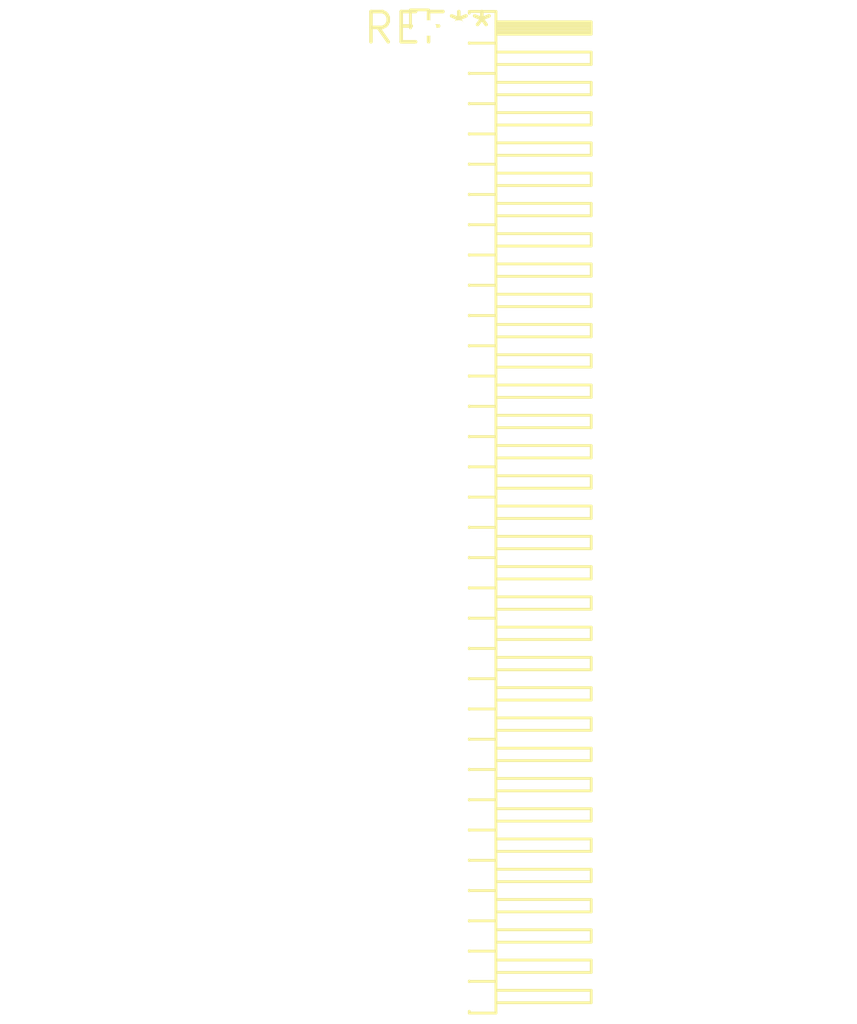
<source format=kicad_pcb>
(kicad_pcb (version 20240108) (generator pcbnew)
  (layers (0 "F.Cu" signal) (31 "B.Cu" signal) (34 "B.Paste" user) (35 "F.Paste" user) (36 "B.SilkS" user "B.Silkscreen") (37 "F.SilkS" user "F.Silkscreen") (38 "B.Mask" user) (39 "F.Mask" user) (44 "Edge.Cuts" user))
  (net 0 "")
  (footprint "PinHeader_2x33_P1.27mm_Horizontal" (layer "F.Cu") (at 0 0)
    (property "Reference" "REF**")
    (property "Value" "PinHeader_2x33_P1.27mm_Horizontal")
    (fp_line (start -0.76 -0.76) (end 0 -0.76) (layer "F.SilkS") (stroke (width 0.12)))
    (fp_line (start -0.76 0) (end -0.76 -0.76) (layer "F.SilkS") (stroke (width 0.12)))
    (fp_line (start 1.71 -0.695) (end 2.83 -0.695) (layer "F.SilkS") (stroke (width 0.12)))
    (fp_line (start 1.71 -0.619677) (end 1.71 -0.695) (layer "F.SilkS") (stroke (width 0.12)))
    (fp_line (start 1.71 0.619677) (end 1.71 0.650323) (layer "F.SilkS") (stroke (width 0.12)))
    (fp_line (start 1.71 0.635) (end 2.83 0.635) (layer "F.SilkS") (stroke (width 0.12)))
    (fp_line (start 1.71 1.889677) (end 1.71 1.920323) (layer "F.SilkS") (stroke (width 0.12)))
    (fp_line (start 1.71 1.905) (end 2.83 1.905) (layer "F.SilkS") (stroke (width 0.12)))
    (fp_line (start 1.71 3.159677) (end 1.71 3.190323) (layer "F.SilkS") (stroke (width 0.12)))
    (fp_line (start 1.71 3.175) (end 2.83 3.175) (layer "F.SilkS") (stroke (width 0.12)))
    (fp_line (start 1.71 4.429677) (end 1.71 4.460323) (layer "F.SilkS") (stroke (width 0.12)))
    (fp_line (start 1.71 4.445) (end 2.83 4.445) (layer "F.SilkS") (stroke (width 0.12)))
    (fp_line (start 1.71 5.699677) (end 1.71 5.730323) (layer "F.SilkS") (stroke (width 0.12)))
    (fp_line (start 1.71 5.715) (end 2.83 5.715) (layer "F.SilkS") (stroke (width 0.12)))
    (fp_line (start 1.71 6.969677) (end 1.71 7.000323) (layer "F.SilkS") (stroke (width 0.12)))
    (fp_line (start 1.71 6.985) (end 2.83 6.985) (layer "F.SilkS") (stroke (width 0.12)))
    (fp_line (start 1.71 8.239677) (end 1.71 8.270323) (layer "F.SilkS") (stroke (width 0.12)))
    (fp_line (start 1.71 8.255) (end 2.83 8.255) (layer "F.SilkS") (stroke (width 0.12)))
    (fp_line (start 1.71 9.509677) (end 1.71 9.540323) (layer "F.SilkS") (stroke (width 0.12)))
    (fp_line (start 1.71 9.525) (end 2.83 9.525) (layer "F.SilkS") (stroke (width 0.12)))
    (fp_line (start 1.71 10.779677) (end 1.71 10.810323) (layer "F.SilkS") (stroke (width 0.12)))
    (fp_line (start 1.71 10.795) (end 2.83 10.795) (layer "F.SilkS") (stroke (width 0.12)))
    (fp_line (start 1.71 12.049677) (end 1.71 12.080323) (layer "F.SilkS") (stroke (width 0.12)))
    (fp_line (start 1.71 12.065) (end 2.83 12.065) (layer "F.SilkS") (stroke (width 0.12)))
    (fp_line (start 1.71 13.319677) (end 1.71 13.350323) (layer "F.SilkS") (stroke (width 0.12)))
    (fp_line (start 1.71 13.335) (end 2.83 13.335) (layer "F.SilkS") (stroke (width 0.12)))
    (fp_line (start 1.71 14.589677) (end 1.71 14.620323) (layer "F.SilkS") (stroke (width 0.12)))
    (fp_line (start 1.71 14.605) (end 2.83 14.605) (layer "F.SilkS") (stroke (width 0.12)))
    (fp_line (start 1.71 15.859677) (end 1.71 15.890323) (layer "F.SilkS") (stroke (width 0.12)))
    (fp_line (start 1.71 15.875) (end 2.83 15.875) (layer "F.SilkS") (stroke (width 0.12)))
    (fp_line (start 1.71 17.129677) (end 1.71 17.160323) (layer "F.SilkS") (stroke (width 0.12)))
    (fp_line (start 1.71 17.145) (end 2.83 17.145) (layer "F.SilkS") (stroke (width 0.12)))
    (fp_line (start 1.71 18.399677) (end 1.71 18.430323) (layer "F.SilkS") (stroke (width 0.12)))
    (fp_line (start 1.71 18.415) (end 2.83 18.415) (layer "F.SilkS") (stroke (width 0.12)))
    (fp_line (start 1.71 19.669677) (end 1.71 19.700323) (layer "F.SilkS") (stroke (width 0.12)))
    (fp_line (start 1.71 19.685) (end 2.83 19.685) (layer "F.SilkS") (stroke (width 0.12)))
    (fp_line (start 1.71 20.939677) (end 1.71 20.970323) (layer "F.SilkS") (stroke (width 0.12)))
    (fp_line (start 1.71 20.955) (end 2.83 20.955) (layer "F.SilkS") (stroke (width 0.12)))
    (fp_line (start 1.71 22.209677) (end 1.71 22.240323) (layer "F.SilkS") (stroke (width 0.12)))
    (fp_line (start 1.71 22.225) (end 2.83 22.225) (layer "F.SilkS") (stroke (width 0.12)))
    (fp_line (start 1.71 23.479677) (end 1.71 23.510323) (layer "F.SilkS") (stroke (width 0.12)))
    (fp_line (start 1.71 23.495) (end 2.83 23.495) (layer "F.SilkS") (stroke (width 0.12)))
    (fp_line (start 1.71 24.749677) (end 1.71 24.780323) (layer "F.SilkS") (stroke (width 0.12)))
    (fp_line (start 1.71 24.765) (end 2.83 24.765) (layer "F.SilkS") (stroke (width 0.12)))
    (fp_line (start 1.71 26.019677) (end 1.71 26.050323) (layer "F.SilkS") (stroke (width 0.12)))
    (fp_line (start 1.71 26.035) (end 2.83 26.035) (layer "F.SilkS") (stroke (width 0.12)))
    (fp_line (start 1.71 27.289677) (end 1.71 27.320323) (layer "F.SilkS") (stroke (width 0.12)))
    (fp_line (start 1.71 27.305) (end 2.83 27.305) (layer "F.SilkS") (stroke (width 0.12)))
    (fp_line (start 1.71 28.559677) (end 1.71 28.590323) (layer "F.SilkS") (stroke (width 0.12)))
    (fp_line (start 1.71 28.575) (end 2.83 28.575) (layer "F.SilkS") (stroke (width 0.12)))
    (fp_line (start 1.71 29.829677) (end 1.71 29.860323) (layer "F.SilkS") (stroke (width 0.12)))
    (fp_line (start 1.71 29.845) (end 2.83 29.845) (layer "F.SilkS") (stroke (width 0.12)))
    (fp_line (start 1.71 31.099677) (end 1.71 31.130323) (layer "F.SilkS") (stroke (width 0.12)))
    (fp_line (start 1.71 31.115) (end 2.83 31.115) (layer "F.SilkS") (stroke (width 0.12)))
    (fp_line (start 1.71 32.369677) (end 1.71 32.400323) (layer "F.SilkS") (stroke (width 0.12)))
    (fp_line (start 1.71 32.385) (end 2.83 32.385) (layer "F.SilkS") (stroke (width 0.12)))
    (fp_line (start 1.71 33.639677) (end 1.71 33.670323) (layer "F.SilkS") (stroke (width 0.12)))
    (fp_line (start 1.71 33.655) (end 2.83 33.655) (layer "F.SilkS") (stroke (width 0.12)))
    (fp_line (start 1.71 34.909677) (end 1.71 34.940323) (layer "F.SilkS") (stroke (width 0.12)))
    (fp_line (start 1.71 34.925) (end 2.83 34.925) (layer "F.SilkS") (stroke (width 0.12)))
    (fp_line (start 1.71 36.179677) (end 1.71 36.210323) (layer "F.SilkS") (stroke (width 0.12)))
    (fp_line (start 1.71 36.195) (end 2.83 36.195) (layer "F.SilkS") (stroke (width 0.12)))
    (fp_line (start 1.71 37.449677) (end 1.71 37.480323) (layer "F.SilkS") (stroke (width 0.12)))
    (fp_line (start 1.71 37.465) (end 2.83 37.465) (layer "F.SilkS") (stroke (width 0.12)))
    (fp_line (start 1.71 38.719677) (end 1.71 38.750323) (layer "F.SilkS") (stroke (width 0.12)))
    (fp_line (start 1.71 38.735) (end 2.83 38.735) (layer "F.SilkS") (stroke (width 0.12)))
    (fp_line (start 1.71 39.989677) (end 1.71 40.020323) (layer "F.SilkS") (stroke (width 0.12)))
    (fp_line (start 1.71 40.005) (end 2.83 40.005) (layer "F.SilkS") (stroke (width 0.12)))
    (fp_line (start 1.71 41.335) (end 1.71 41.259677) (layer "F.SilkS") (stroke (width 0.12)))
    (fp_line (start 2.83 -0.695) (end 2.83 41.335) (layer "F.SilkS") (stroke (width 0.12)))
    (fp_line (start 2.83 -0.26) (end 6.83 -0.26) (layer "F.SilkS") (stroke (width 0.12)))
    (fp_line (start 2.83 -0.2) (end 6.83 -0.2) (layer "F.SilkS") (stroke (width 0.12)))
    (fp_line (start 2.83 -0.08) (end 6.83 -0.08) (layer "F.SilkS") (stroke (width 0.12)))
    (fp_line (start 2.83 0.04) (end 6.83 0.04) (layer "F.SilkS") (stroke (width 0.12)))
    (fp_line (start 2.83 0.16) (end 6.83 0.16) (layer "F.SilkS") (stroke (width 0.12)))
    (fp_line (start 2.83 1.01) (end 6.83 1.01) (layer "F.SilkS") (stroke (width 0.12)))
    (fp_line (start 2.83 2.28) (end 6.83 2.28) (layer "F.SilkS") (stroke (width 0.12)))
    (fp_line (start 2.83 3.55) (end 6.83 3.55) (layer "F.SilkS") (stroke (width 0.12)))
    (fp_line (start 2.83 4.82) (end 6.83 4.82) (layer "F.SilkS") (stroke (width 0.12)))
    (fp_line (start 2.83 6.09) (end 6.83 6.09) (layer "F.SilkS") (stroke (width 0.12)))
    (fp_line (start 2.83 7.36) (end 6.83 7.36) (layer "F.SilkS") (stroke (width 0.12)))
    (fp_line (start 2.83 8.63) (end 6.83 8.63) (layer "F.SilkS") (stroke (width 0.12)))
    (fp_line (start 2.83 9.9) (end 6.83 9.9) (layer "F.SilkS") (stroke (width 0.12)))
    (fp_line (start 2.83 11.17) (end 6.83 11.17) (layer "F.SilkS") (stroke (width 0.12)))
    (fp_line (start 2.83 12.44) (end 6.83 12.44) (layer "F.SilkS") (stroke (width 0.12)))
    (fp_line (start 2.83 13.71) (end 6.83 13.71) (layer "F.SilkS") (stroke (width 0.12)))
    (fp_line (start 2.83 14.98) (end 6.83 14.98) (layer "F.SilkS") (stroke (width 0.12)))
    (fp_line (start 2.83 16.25) (end 6.83 16.25) (layer "F.SilkS") (stroke (width 0.12)))
    (fp_line (start 2.83 17.52) (end 6.83 17.52) (layer "F.SilkS") (stroke (width 0.12)))
    (fp_line (start 2.83 18.79) (end 6.83 18.79) (layer "F.SilkS") (stroke (width 0.12)))
    (fp_line (start 2.83 20.06) (end 6.83 20.06) (layer "F.SilkS") (stroke (width 0.12)))
    (fp_line (start 2.83 21.33) (end 6.83 21.33) (layer "F.SilkS") (stroke (width 0.12)))
    (fp_line (start 2.83 22.6) (end 6.83 22.6) (layer "F.SilkS") (stroke (width 0.12)))
    (fp_line (start 2.83 23.87) (end 6.83 23.87) (layer "F.SilkS") (stroke (width 0.12)))
    (fp_line (start 2.83 25.14) (end 6.83 25.14) (layer "F.SilkS") (stroke (width 0.12)))
    (fp_line (start 2.83 26.41) (end 6.83 26.41) (layer "F.SilkS") (stroke (width 0.12)))
    (fp_line (start 2.83 27.68) (end 6.83 27.68) (layer "F.SilkS") (stroke (width 0.12)))
    (fp_line (start 2.83 28.95) (end 6.83 28.95) (layer "F.SilkS") (stroke (width 0.12)))
    (fp_line (start 2.83 30.22) (end 6.83 30.22) (layer "F.SilkS") (stroke (width 0.12)))
    (fp_line (start 2.83 31.49) (end 6.83 31.49) (layer "F.SilkS") (stroke (width 0.12)))
    (fp_line (start 2.83 32.76) (end 6.83 32.76) (layer "F.SilkS") (stroke (width 0.12)))
    (fp_line (start 2.83 34.03) (end 6.83 34.03) (layer "F.SilkS") (stroke (width 0.12)))
    (fp_line (start 2.83 35.3) (end 6.83 35.3) (layer "F.SilkS") (stroke (width 0.12)))
    (fp_line (start 2.83 36.57) (end 6.83 36.57) (layer "F.SilkS") (stroke (width 0.12)))
    (fp_line (start 2.83 37.84) (end 6.83 37.84) (layer "F.SilkS") (stroke (width 0.12)))
    (fp_line (start 2.83 39.11) (end 6.83 39.11) (layer "F.SilkS") (stroke (width 0.12)))
    (fp_line (start 2.83 40.38) (end 6.83 40.38) (layer "F.SilkS") (stroke (width 0.12)))
    (fp_line (start 2.83 41.335) (end 1.71 41.335) (layer "F.SilkS") (stroke (width 0.12)))
    (fp_line (start 6.83 -0.26) (end 6.83 0.26) (layer "F.SilkS") (stroke (width 0.12)))
    (fp_line (start 6.83 0.26) (end 2.83 0.26) (layer "F.SilkS") (stroke (width 0.12)))
    (fp_line (start 6.83 1.01) (end 6.83 1.53) (layer "F.SilkS") (stroke (width 0.12)))
    (fp_line (start 6.83 1.53) (end 2.83 1.53) (layer "F.SilkS") (stroke (width 0.12)))
    (fp_line (start 6.83 2.28) (end 6.83 2.8) (layer "F.SilkS") (stroke (width 0.12)))
    (fp_line (start 6.83 2.8) (end 2.83 2.8) (layer "F.SilkS") (stroke (width 0.12)))
    (fp_line (start 6.83 3.55) (end 6.83 4.07) (layer "F.SilkS") (stroke (width 0.12)))
    (fp_line (start 6.83 4.07) (end 2.83 4.07) (layer "F.SilkS") (stroke (width 0.12)))
    (fp_line (start 6.83 4.82) (end 6.83 5.34) (layer "F.SilkS") (stroke (width 0.12)))
    (fp_line (start 6.83 5.34) (end 2.83 5.34) (layer "F.SilkS") (stroke (width 0.12)))
    (fp_line (start 6.83 6.09) (end 6.83 6.61) (layer "F.SilkS") (stroke (width 0.12)))
    (fp_line (start 6.83 6.61) (end 2.83 6.61) (layer "F.SilkS") (stroke (width 0.12)))
    (fp_line (start 6.83 7.36) (end 6.83 7.88) (layer "F.SilkS") (stroke (width 0.12)))
    (fp_line (start 6.83 7.88) (end 2.83 7.88) (layer "F.SilkS") (stroke (width 0.12)))
    (fp_line (start 6.83 8.63) (end 6.83 9.15) (layer "F.SilkS") (stroke (width 0.12)))
    (fp_line (start 6.83 9.15) (end 2.83 9.15) (layer "F.SilkS") (stroke (width 0.12)))
    (fp_line (start 6.83 9.9) (end 6.83 10.42) (layer "F.SilkS") (stroke (width 0.12)))
    (fp_line (start 6.83 10.42) (end 2.83 10.42) (layer "F.SilkS") (stroke (width 0.12)))
    (fp_line (start 6.83 11.17) (end 6.83 11.69) (layer "F.SilkS") (stroke (width 0.12)))
    (fp_line (start 6.83 11.69) (end 2.83 11.69) (layer "F.SilkS") (stroke (width 0.12)))
    (fp_line (start 6.83 12.44) (end 6.83 12.96) (layer "F.SilkS") (stroke (width 0.12)))
    (fp_line (start 6.83 12.96) (end 2.83 12.96) (layer "F.SilkS") (stroke (width 0.12)))
    (fp_line (start 6.83 13.71) (end 6.83 14.23) (layer "F.SilkS") (stroke (width 0.12)))
    (fp_line (start 6.83 14.23) (end 2.83 14.23) (layer "F.SilkS") (stroke (width 0.12)))
    (fp_line (start 6.83 14.98) (end 6.83 15.5) (layer "F.SilkS") (stroke (width 0.12)))
    (fp_line (start 6.83 15.5) (end 2.83 15.5) (layer "F.SilkS") (stroke (width 0.12)))
    (fp_line (start 6.83 16.25) (end 6.83 16.77) (layer "F.SilkS") (stroke (width 0.12)))
    (fp_line (start 6.83 16.77) (end 2.83 16.77) (layer "F.SilkS") (stroke (width 0.12)))
    (fp_line (start 6.83 17.52) (end 6.83 18.04) (layer "F.SilkS") (stroke (width 0.12)))
    (fp_line (start 6.83 18.04) (end 2.83 18.04) (layer "F.SilkS") (stroke (width 0.12)))
    (fp_line (start 6.83 18.79) (end 6.83 19.31) (layer "F.SilkS") (stroke (width 0.12)))
    (fp_line (start 6.83 19.31) (end 2.83 19.31) (layer "F.SilkS") (stroke (width 0.12)))
    (fp_line (start 6.83 20.06) (end 6.83 20.58) (layer "F.SilkS") (stroke (width 0.12)))
    (fp_line (start 6.83 20.58) (end 2.83 20.58) (layer "F.SilkS") (stroke (width 0.12)))
    (fp_line (start 6.83 21.33) (end 6.83 21.85) (layer "F.SilkS") (stroke (width 0.12)))
    (fp_line (start 6.83 21.85) (end 2.83 21.85) (layer "F.SilkS") (stroke (width 0.12)))
    (fp_line (start 6.83 22.6) (end 6.83 23.12) (layer "F.SilkS") (stroke (width 0.12)))
    (fp_line (start 6.83 23.12) (end 2.83 23.12) (layer "F.SilkS") (stroke (width 0.12)))
    (fp_line (start 6.83 23.87) (end 6.83 24.39) (layer "F.SilkS") (stroke (width 0.12)))
    (fp_line (start 6.83 24.39) (end 2.83 24.39) (layer "F.SilkS") (stroke (width 0.12)))
    (fp_line (start 6.83 25.14) (end 6.83 25.66) (layer "F.SilkS") (stroke (width 0.12)))
    (fp_line (start 6.83 25.66) (end 2.83 25.66) (layer "F.SilkS") (stroke (width 0.12)))
    (fp_line (start 6.83 26.41) (end 6.83 26.93) (layer "F.SilkS") (stroke (width 0.12)))
    (fp_line (start 6.83 26.93) (end 2.83 26.93) (layer "F.SilkS") (stroke (width 0.12)))
    (fp_line (start 6.83 27.68) (end 6.83 28.2) (layer "F.SilkS") (stroke (width 0.12)))
    (fp_line (start 6.83 28.2) (end 2.83 28.2) (layer "F.SilkS") (stroke (width 0.12)))
    (fp_line (start 6.83 28.95) (end 6.83 29.47) (layer "F.SilkS") (stroke (width 0.12)))
    (fp_line (start 6.83 29.47) (end 2.83 29.47) (layer "F.SilkS") (stroke (width 0.12)))
    (fp_line (start 6.83 30.22) (end 6.83 30.74) (layer "F.SilkS") (stroke (width 0.12)))
    (fp_line (start 6.83 30.74) (end 2.83 30.74) (layer "F.SilkS") (stroke (width 0.12)))
    (fp_line (start 6.83 31.49) (end 6.83 32.01) (layer "F.SilkS") (stroke (width 0.12)))
    (fp_line (start 6.83 32.01) (end 2.83 32.01) (layer "F.SilkS") (stroke (width 0.12)))
    (fp_line (start 6.83 32.76) (end 6.83 33.28) (layer "F.SilkS") (stroke (width 0.12)))
    (fp_line (start 6.83 33.28) (end 2.83 33.28) (layer "F.SilkS") (stroke (width 0.12)))
    (fp_line (start 6.83 34.03) (end 6.83 34.55) (layer "F.SilkS") (stroke (width 0.12)))
    (fp_line (start 6.83 34.55) (end 2.83 34.55) (layer "F.SilkS") (stroke (width 0.12)))
    (fp_line (start 6.83 35.3) (end 6.83 35.82) (layer "F.SilkS") (stroke (width 0.12)))
    (fp_line (start 6.83 35.82) (end 2.83 35.82) (layer "F.SilkS") (stroke (width 0.12)))
    (fp_line (start 6.83 36.57) (end 6.83 37.09) (layer "F.SilkS") (stroke (width 0.12)))
    (fp_line (start 6.83 37.09) (end 2.83 37.09) (layer "F.SilkS") (stroke (width 0.12)))
    (fp_line (start 6.83 37.84) (end 6.83 38.36) (layer "F.SilkS") (stroke (width 0.12)))
    (fp_line (start 6.83 38.36) (end 2.83 38.36) (layer "F.SilkS") (stroke (width 0.12)))
    (fp_line (start 6.83 39.11) (end 6.83 39.63) (layer "F.SilkS") (stroke (width 0.12)))
    (fp_line (start 6.83 39.63) (end 2.83 39.63) (layer "F.SilkS") (stroke (width 0.12)))
    (fp_line (start 6.83 40.38) (end 6.83 40.9) (layer "F.SilkS") (stroke (width 0.12)))
    (fp_line (start 6.83 40.9) (end 2.83 40.9) (layer "F.SilkS") (stroke (width 0.12)))
    (pad "1" thru_hole rect (at 0 0) (size 1 1) (drill 0.65) (layers *.Cu *.Mask) (remove_unused_layers))
    (pad "2" thru_hole oval (at 1.27 0) (size 1 1) (drill 0.65) (layers *.Cu *.Mask) (remove_unused_layers))
    (pad "3" thru_hole oval (at 0 1.27) (size 1 1) (drill 0.65) (layers *.Cu *.Mask) (remove_unused_layers))
    (pad "4" thru_hole oval (at 1.27 1.27) (size 1 1) (drill 0.65) (layers *.Cu *.Mask) (remove_unused_layers))
    (pad "5" thru_hole oval (at 0 2.54) (size 1 1) (drill 0.65) (layers *.Cu *.Mask) (remove_unused_layers))
    (pad "6" thru_hole oval (at 1.27 2.54) (size 1 1) (drill 0.65) (layers *.Cu *.Mask) (remove_unused_layers))
    (pad "7" thru_hole oval (at 0 3.81) (size 1 1) (drill 0.65) (layers *.Cu *.Mask) (remove_unused_layers))
    (pad "8" thru_hole oval (at 1.27 3.81) (size 1 1) (drill 0.65) (layers *.Cu *.Mask) (remove_unused_layers))
    (pad "9" thru_hole oval (at 0 5.08) (size 1 1) (drill 0.65) (layers *.Cu *.Mask) (remove_unused_layers))
    (pad "10" thru_hole oval (at 1.27 5.08) (size 1 1) (drill 0.65) (layers *.Cu *.Mask) (remove_unused_layers))
    (pad "11" thru_hole oval (at 0 6.35) (size 1 1) (drill 0.65) (layers *.Cu *.Mask) (remove_unused_layers))
    (pad "12" thru_hole oval (at 1.27 6.35) (size 1 1) (drill 0.65) (layers *.Cu *.Mask) (remove_unused_layers))
    (pad "13" thru_hole oval (at 0 7.62) (size 1 1) (drill 0.65) (layers *.Cu *.Mask) (remove_unused_layers))
    (pad "14" thru_hole oval (at 1.27 7.62) (size 1 1) (drill 0.65) (layers *.Cu *.Mask) (remove_unused_layers))
    (pad "15" thru_hole oval (at 0 8.89) (size 1 1) (drill 0.65) (layers *.Cu *.Mask) (remove_unused_layers))
    (pad "16" thru_hole oval (at 1.27 8.89) (size 1 1) (drill 0.65) (layers *.Cu *.Mask) (remove_unused_layers))
    (pad "17" thru_hole oval (at 0 10.16) (size 1 1) (drill 0.65) (layers *.Cu *.Mask) (remove_unused_layers))
    (pad "18" thru_hole oval (at 1.27 10.16) (size 1 1) (drill 0.65) (layers *.Cu *.Mask) (remove_unused_layers))
    (pad "19" thru_hole oval (at 0 11.43) (size 1 1) (drill 0.65) (layers *.Cu *.Mask) (remove_unused_layers))
    (pad "20" thru_hole oval (at 1.27 11.43) (size 1 1) (drill 0.65) (layers *.Cu *.Mask) (remove_unused_layers))
    (pad "21" thru_hole oval (at 0 12.7) (size 1 1) (drill 0.65) (layers *.Cu *.Mask) (remove_unused_layers))
    (pad "22" thru_hole oval (at 1.27 12.7) (size 1 1) (drill 0.65) (layers *.Cu *.Mask) (remove_unused_layers))
    (pad "23" thru_hole oval (at 0 13.97) (size 1 1) (drill 0.65) (layers *.Cu *.Mask) (remove_unused_layers))
    (pad "24" thru_hole oval (at 1.27 13.97) (size 1 1) (drill 0.65) (layers *.Cu *.Mask) (remove_unused_layers))
    (pad "25" thru_hole oval (at 0 15.24) (size 1 1) (drill 0.65) (layers *.Cu *.Mask) (remove_unused_layers))
    (pad "26" thru_hole oval (at 1.27 15.24) (size 1 1) (drill 0.65) (layers *.Cu *.Mask) (remove_unused_layers))
    (pad "27" thru_hole oval (at 0 16.51) (size 1 1) (drill 0.65) (layers *.Cu *.Mask) (remove_unused_layers))
    (pad "28" thru_hole oval (at 1.27 16.51) (size 1 1) (drill 0.65) (layers *.Cu *.Mask) (remove_unused_layers))
    (pad "29" thru_hole oval (at 0 17.78) (size 1 1) (drill 0.65) (layers *.Cu *.Mask) (remove_unused_layers))
    (pad "30" thru_hole oval (at 1.27 17.78) (size 1 1) (drill 0.65) (layers *.Cu *.Mask) (remove_unused_layers))
    (pad "31" thru_hole oval (at 0 19.05) (size 1 1) (drill 0.65) (layers *.Cu *.Mask) (remove_unused_layers))
    (pad "32" thru_hole oval (at 1.27 19.05) (size 1 1) (drill 0.65) (layers *.Cu *.Mask) (remove_unused_layers))
    (pad "33" thru_hole oval (at 0 20.32) (size 1 1) (drill 0.65) (layers *.Cu *.Mask) (remove_unused_layers))
    (pad "34" thru_hole oval (at 1.27 20.32) (size 1 1) (drill 0.65) (layers *.Cu *.Mask) (remove_unused_layers))
    (pad "35" thru_hole oval (at 0 21.59) (size 1 1) (drill 0.65) (layers *.Cu *.Mask) (remove_unused_layers))
    (pad "36" thru_hole oval (at 1.27 21.59) (size 1 1) (drill 0.65) (layers *.Cu *.Mask) (remove_unused_layers))
    (pad "37" thru_hole oval (at 0 22.86) (size 1 1) (drill 0.65) (layers *.Cu *.Mask) (remove_unused_layers))
    (pad "38" thru_hole oval (at 1.27 22.86) (size 1 1) (drill 0.65) (layers *.Cu *.Mask) (remove_unused_layers))
    (pad "39" thru_hole oval (at 0 24.13) (size 1 1) (drill 0.65) (layers *.Cu *.Mask) (remove_unused_layers))
    (pad "40" thru_hole oval (at 1.27 24.13) (size 1 1) (drill 0.65) (layers *.Cu *.Mask) (remove_unused_layers))
    (pad "41" thru_hole oval (at 0 25.4) (size 1 1) (drill 0.65) (layers *.Cu *.Mask) (remove_unused_layers))
    (pad "42" thru_hole oval (at 1.27 25.4) (size 1 1) (drill 0.65) (layers *.Cu *.Mask) (remove_unused_layers))
    (pad "43" thru_hole oval (at 0 26.67) (size 1 1) (drill 0.65) (layers *.Cu *.Mask) (remove_unused_layers))
    (pad "44" thru_hole oval (at 1.27 26.67) (size 1 1) (drill 0.65) (layers *.Cu *.Mask) (remove_unused_layers))
    (pad "45" thru_hole oval (at 0 27.94) (size 1 1) (drill 0.65) (layers *.Cu *.Mask) (remove_unused_layers))
    (pad "46" thru_hole oval (at 1.27 27.94) (size 1 1) (drill 0.65) (layers *.Cu *.Mask) (remove_unused_layers))
    (pad "47" thru_hole oval (at 0 29.21) (size 1 1) (drill 0.65) (layers *.Cu *.Mask) (remove_unused_layers))
    (pad "48" thru_hole oval (at 1.27 29.21) (size 1 1) (drill 0.65) (layers *.Cu *.Mask) (remove_unused_layers))
    (pad "49" thru_hole oval (at 0 30.48) (size 1 1) (drill 0.65) (layers *.Cu *.Mask) (remove_unused_layers))
    (pad "50" thru_hole oval (at 1.27 30.48) (size 1 1) (drill 0.65) (layers *.Cu *.Mask) (remove_unused_layers))
    (pad "51" thru_hole oval (at 0 31.75) (size 1 1) (drill 0.65) (layers *.Cu *.Mask) (remove_unused_layers))
    (pad "52" thru_hole oval (at 1.27 31.75) (size 1 1) (drill 0.65) (layers *.Cu *.Mask) (remove_unused_layers))
    (pad "53" thru_hole oval (at 0 33.02) (size 1 1) (drill 0.65) (layers *.Cu *.Mask) (remove_unused_layers))
    (pad "54" thru_hole oval (at 1.27 33.02) (size 1 1) (drill 0.65) (layers *.Cu *.Mask) (remove_unused_layers))
    (pad "55" thru_hole oval (at 0 34.29) (size 1 1) (drill 0.65) (layers *.Cu *.Mask) (remove_unused_layers))
    (pad "56" thru_hole oval (at 1.27 34.29) (size 1 1) (drill 0.65) (layers *.Cu *.Mask) (remove_unused_layers))
    (pad "57" thru_hole oval (at 0 35.56) (size 1 1) (drill 0.65) (layers *.Cu *.Mask) (remove_unused_layers))
    (pad "58" thru_hole oval (at 1.27 35.56) (size 1 1) (drill 0.65) (layers *.Cu *.Mask) (remove_unused_layers))
    (pad "59" thru_hole oval (at 0 36.83) (size 1 1) (drill 0.65) (layers *.Cu *.Mask) (remove_unused_layers))
    (pad "60" thru_hole oval (at 1.27 36.83) (size 1 1) (drill 0.65) (layers *.Cu *.Mask) (remove_unused_layers))
    (pad "61" thru_hole oval (at 0 38.1) (size 1 1) (drill 0.65) (layers *.Cu *.Mask) (remove_unused_layers))
    (pad "62" thru_hole oval (at 1.27 38.1) (size 1 1) (drill 0.65) (layers *.Cu *.Mask) (remove_unused_layers))
    (pad "63" thru_hole oval (at 0 39.37) (size 1 1) (drill 0.65) (layers *.Cu *.Mask) (remove_unused_layers))
    (pad "64" thru_hole oval (at 1.27 39.37) (size 1 1) (drill 0.65) (layers *.Cu *.Mask) (remove_unused_layers))
    (pad "65" thru_hole oval (at 0 40.64) (size 1 1) (drill 0.65) (layers *.Cu *.Mask) (remove_unused_layers))
    (pad "66" thru_hole oval (at 1.27 40.64) (size 1 1) (drill 0.65) (layers *.Cu *.Mask) (remove_unused_layers))
  )
)
</source>
